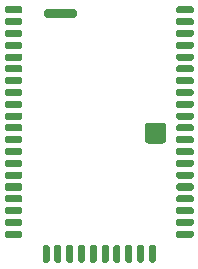
<source format=gtp>
G04 #@! TF.GenerationSoftware,KiCad,Pcbnew,9.0.1+1*
G04 #@! TF.CreationDate,2025-11-12T15:11:59+00:00*
G04 #@! TF.ProjectId,bluetooth,626c7565-746f-46f7-9468-2e6b69636164,rev?*
G04 #@! TF.SameCoordinates,Original*
G04 #@! TF.FileFunction,Paste,Top*
G04 #@! TF.FilePolarity,Positive*
%FSLAX46Y46*%
G04 Gerber Fmt 4.6, Leading zero omitted, Abs format (unit mm)*
G04 Created by KiCad (PCBNEW 9.0.1+1) date 2025-11-12 15:11:59*
%MOMM*%
%LPD*%
G01*
G04 APERTURE LIST*
G04 APERTURE END LIST*
G36*
G01*
X101551000Y-57632000D02*
X101551000Y-57332000D01*
G75*
G02*
X101701000Y-57182000I150000J0D01*
G01*
X102901000Y-57182000D01*
G75*
G02*
X103051000Y-57332000I0J-150000D01*
G01*
X103051000Y-57632000D01*
G75*
G02*
X102901000Y-57782000I-150000J0D01*
G01*
X101701000Y-57782000D01*
G75*
G02*
X101551000Y-57632000I0J150000D01*
G01*
G37*
G36*
G01*
X101551000Y-58632000D02*
X101551000Y-58332000D01*
G75*
G02*
X101701000Y-58182000I150000J0D01*
G01*
X102901000Y-58182000D01*
G75*
G02*
X103051000Y-58332000I0J-150000D01*
G01*
X103051000Y-58632000D01*
G75*
G02*
X102901000Y-58782000I-150000J0D01*
G01*
X101701000Y-58782000D01*
G75*
G02*
X101551000Y-58632000I0J150000D01*
G01*
G37*
G36*
G01*
X101551000Y-59632000D02*
X101551000Y-59332000D01*
G75*
G02*
X101701000Y-59182000I150000J0D01*
G01*
X102901000Y-59182000D01*
G75*
G02*
X103051000Y-59332000I0J-150000D01*
G01*
X103051000Y-59632000D01*
G75*
G02*
X102901000Y-59782000I-150000J0D01*
G01*
X101701000Y-59782000D01*
G75*
G02*
X101551000Y-59632000I0J150000D01*
G01*
G37*
G36*
G01*
X101551000Y-60632000D02*
X101551000Y-60332000D01*
G75*
G02*
X101701000Y-60182000I150000J0D01*
G01*
X102901000Y-60182000D01*
G75*
G02*
X103051000Y-60332000I0J-150000D01*
G01*
X103051000Y-60632000D01*
G75*
G02*
X102901000Y-60782000I-150000J0D01*
G01*
X101701000Y-60782000D01*
G75*
G02*
X101551000Y-60632000I0J150000D01*
G01*
G37*
G36*
G01*
X101551000Y-61632000D02*
X101551000Y-61332000D01*
G75*
G02*
X101701000Y-61182000I150000J0D01*
G01*
X102901000Y-61182000D01*
G75*
G02*
X103051000Y-61332000I0J-150000D01*
G01*
X103051000Y-61632000D01*
G75*
G02*
X102901000Y-61782000I-150000J0D01*
G01*
X101701000Y-61782000D01*
G75*
G02*
X101551000Y-61632000I0J150000D01*
G01*
G37*
G36*
G01*
X101551000Y-62632000D02*
X101551000Y-62332000D01*
G75*
G02*
X101701000Y-62182000I150000J0D01*
G01*
X102901000Y-62182000D01*
G75*
G02*
X103051000Y-62332000I0J-150000D01*
G01*
X103051000Y-62632000D01*
G75*
G02*
X102901000Y-62782000I-150000J0D01*
G01*
X101701000Y-62782000D01*
G75*
G02*
X101551000Y-62632000I0J150000D01*
G01*
G37*
G36*
G01*
X101551000Y-63632000D02*
X101551000Y-63332000D01*
G75*
G02*
X101701000Y-63182000I150000J0D01*
G01*
X102901000Y-63182000D01*
G75*
G02*
X103051000Y-63332000I0J-150000D01*
G01*
X103051000Y-63632000D01*
G75*
G02*
X102901000Y-63782000I-150000J0D01*
G01*
X101701000Y-63782000D01*
G75*
G02*
X101551000Y-63632000I0J150000D01*
G01*
G37*
G36*
G01*
X101551000Y-64632000D02*
X101551000Y-64332000D01*
G75*
G02*
X101701000Y-64182000I150000J0D01*
G01*
X102901000Y-64182000D01*
G75*
G02*
X103051000Y-64332000I0J-150000D01*
G01*
X103051000Y-64632000D01*
G75*
G02*
X102901000Y-64782000I-150000J0D01*
G01*
X101701000Y-64782000D01*
G75*
G02*
X101551000Y-64632000I0J150000D01*
G01*
G37*
G36*
G01*
X101551000Y-65632000D02*
X101551000Y-65332000D01*
G75*
G02*
X101701000Y-65182000I150000J0D01*
G01*
X102901000Y-65182000D01*
G75*
G02*
X103051000Y-65332000I0J-150000D01*
G01*
X103051000Y-65632000D01*
G75*
G02*
X102901000Y-65782000I-150000J0D01*
G01*
X101701000Y-65782000D01*
G75*
G02*
X101551000Y-65632000I0J150000D01*
G01*
G37*
G36*
G01*
X101551000Y-66632000D02*
X101551000Y-66332000D01*
G75*
G02*
X101701000Y-66182000I150000J0D01*
G01*
X102901000Y-66182000D01*
G75*
G02*
X103051000Y-66332000I0J-150000D01*
G01*
X103051000Y-66632000D01*
G75*
G02*
X102901000Y-66782000I-150000J0D01*
G01*
X101701000Y-66782000D01*
G75*
G02*
X101551000Y-66632000I0J150000D01*
G01*
G37*
G36*
G01*
X101551000Y-67632000D02*
X101551000Y-67332000D01*
G75*
G02*
X101701000Y-67182000I150000J0D01*
G01*
X102901000Y-67182000D01*
G75*
G02*
X103051000Y-67332000I0J-150000D01*
G01*
X103051000Y-67632000D01*
G75*
G02*
X102901000Y-67782000I-150000J0D01*
G01*
X101701000Y-67782000D01*
G75*
G02*
X101551000Y-67632000I0J150000D01*
G01*
G37*
G36*
G01*
X101551000Y-68632000D02*
X101551000Y-68332000D01*
G75*
G02*
X101701000Y-68182000I150000J0D01*
G01*
X102901000Y-68182000D01*
G75*
G02*
X103051000Y-68332000I0J-150000D01*
G01*
X103051000Y-68632000D01*
G75*
G02*
X102901000Y-68782000I-150000J0D01*
G01*
X101701000Y-68782000D01*
G75*
G02*
X101551000Y-68632000I0J150000D01*
G01*
G37*
G36*
G01*
X101551000Y-69632000D02*
X101551000Y-69332000D01*
G75*
G02*
X101701000Y-69182000I150000J0D01*
G01*
X102901000Y-69182000D01*
G75*
G02*
X103051000Y-69332000I0J-150000D01*
G01*
X103051000Y-69632000D01*
G75*
G02*
X102901000Y-69782000I-150000J0D01*
G01*
X101701000Y-69782000D01*
G75*
G02*
X101551000Y-69632000I0J150000D01*
G01*
G37*
G36*
G01*
X101551000Y-70632000D02*
X101551000Y-70332000D01*
G75*
G02*
X101701000Y-70182000I150000J0D01*
G01*
X102901000Y-70182000D01*
G75*
G02*
X103051000Y-70332000I0J-150000D01*
G01*
X103051000Y-70632000D01*
G75*
G02*
X102901000Y-70782000I-150000J0D01*
G01*
X101701000Y-70782000D01*
G75*
G02*
X101551000Y-70632000I0J150000D01*
G01*
G37*
G36*
G01*
X101551000Y-71632000D02*
X101551000Y-71332000D01*
G75*
G02*
X101701000Y-71182000I150000J0D01*
G01*
X102901000Y-71182000D01*
G75*
G02*
X103051000Y-71332000I0J-150000D01*
G01*
X103051000Y-71632000D01*
G75*
G02*
X102901000Y-71782000I-150000J0D01*
G01*
X101701000Y-71782000D01*
G75*
G02*
X101551000Y-71632000I0J150000D01*
G01*
G37*
G36*
G01*
X101551000Y-72632000D02*
X101551000Y-72332000D01*
G75*
G02*
X101701000Y-72182000I150000J0D01*
G01*
X102901000Y-72182000D01*
G75*
G02*
X103051000Y-72332000I0J-150000D01*
G01*
X103051000Y-72632000D01*
G75*
G02*
X102901000Y-72782000I-150000J0D01*
G01*
X101701000Y-72782000D01*
G75*
G02*
X101551000Y-72632000I0J150000D01*
G01*
G37*
G36*
G01*
X101551000Y-73632000D02*
X101551000Y-73332000D01*
G75*
G02*
X101701000Y-73182000I150000J0D01*
G01*
X102901000Y-73182000D01*
G75*
G02*
X103051000Y-73332000I0J-150000D01*
G01*
X103051000Y-73632000D01*
G75*
G02*
X102901000Y-73782000I-150000J0D01*
G01*
X101701000Y-73782000D01*
G75*
G02*
X101551000Y-73632000I0J150000D01*
G01*
G37*
G36*
G01*
X101551000Y-74632000D02*
X101551000Y-74332000D01*
G75*
G02*
X101701000Y-74182000I150000J0D01*
G01*
X102901000Y-74182000D01*
G75*
G02*
X103051000Y-74332000I0J-150000D01*
G01*
X103051000Y-74632000D01*
G75*
G02*
X102901000Y-74782000I-150000J0D01*
G01*
X101701000Y-74782000D01*
G75*
G02*
X101551000Y-74632000I0J150000D01*
G01*
G37*
G36*
G01*
X101551000Y-75632000D02*
X101551000Y-75332000D01*
G75*
G02*
X101701000Y-75182000I150000J0D01*
G01*
X102901000Y-75182000D01*
G75*
G02*
X103051000Y-75332000I0J-150000D01*
G01*
X103051000Y-75632000D01*
G75*
G02*
X102901000Y-75782000I-150000J0D01*
G01*
X101701000Y-75782000D01*
G75*
G02*
X101551000Y-75632000I0J150000D01*
G01*
G37*
G36*
G01*
X101551000Y-76632000D02*
X101551000Y-76332000D01*
G75*
G02*
X101701000Y-76182000I150000J0D01*
G01*
X102901000Y-76182000D01*
G75*
G02*
X103051000Y-76332000I0J-150000D01*
G01*
X103051000Y-76632000D01*
G75*
G02*
X102901000Y-76782000I-150000J0D01*
G01*
X101701000Y-76782000D01*
G75*
G02*
X101551000Y-76632000I0J150000D01*
G01*
G37*
G36*
G01*
X104751000Y-78732000D02*
X104751000Y-77532000D01*
G75*
G02*
X104901000Y-77382000I150000J0D01*
G01*
X105201000Y-77382000D01*
G75*
G02*
X105351000Y-77532000I0J-150000D01*
G01*
X105351000Y-78732000D01*
G75*
G02*
X105201000Y-78882000I-150000J0D01*
G01*
X104901000Y-78882000D01*
G75*
G02*
X104751000Y-78732000I0J150000D01*
G01*
G37*
G36*
G01*
X105751000Y-78732000D02*
X105751000Y-77532000D01*
G75*
G02*
X105901000Y-77382000I150000J0D01*
G01*
X106201000Y-77382000D01*
G75*
G02*
X106351000Y-77532000I0J-150000D01*
G01*
X106351000Y-78732000D01*
G75*
G02*
X106201000Y-78882000I-150000J0D01*
G01*
X105901000Y-78882000D01*
G75*
G02*
X105751000Y-78732000I0J150000D01*
G01*
G37*
G36*
G01*
X106751000Y-78732000D02*
X106751000Y-77532000D01*
G75*
G02*
X106901000Y-77382000I150000J0D01*
G01*
X107201000Y-77382000D01*
G75*
G02*
X107351000Y-77532000I0J-150000D01*
G01*
X107351000Y-78732000D01*
G75*
G02*
X107201000Y-78882000I-150000J0D01*
G01*
X106901000Y-78882000D01*
G75*
G02*
X106751000Y-78732000I0J150000D01*
G01*
G37*
G36*
G01*
X107751000Y-78732000D02*
X107751000Y-77532000D01*
G75*
G02*
X107901000Y-77382000I150000J0D01*
G01*
X108201000Y-77382000D01*
G75*
G02*
X108351000Y-77532000I0J-150000D01*
G01*
X108351000Y-78732000D01*
G75*
G02*
X108201000Y-78882000I-150000J0D01*
G01*
X107901000Y-78882000D01*
G75*
G02*
X107751000Y-78732000I0J150000D01*
G01*
G37*
G36*
G01*
X108751000Y-78732000D02*
X108751000Y-77532000D01*
G75*
G02*
X108901000Y-77382000I150000J0D01*
G01*
X109201000Y-77382000D01*
G75*
G02*
X109351000Y-77532000I0J-150000D01*
G01*
X109351000Y-78732000D01*
G75*
G02*
X109201000Y-78882000I-150000J0D01*
G01*
X108901000Y-78882000D01*
G75*
G02*
X108751000Y-78732000I0J150000D01*
G01*
G37*
G36*
G01*
X109751000Y-78732000D02*
X109751000Y-77532000D01*
G75*
G02*
X109901000Y-77382000I150000J0D01*
G01*
X110201000Y-77382000D01*
G75*
G02*
X110351000Y-77532000I0J-150000D01*
G01*
X110351000Y-78732000D01*
G75*
G02*
X110201000Y-78882000I-150000J0D01*
G01*
X109901000Y-78882000D01*
G75*
G02*
X109751000Y-78732000I0J150000D01*
G01*
G37*
G36*
G01*
X110751000Y-78732000D02*
X110751000Y-77532000D01*
G75*
G02*
X110901000Y-77382000I150000J0D01*
G01*
X111201000Y-77382000D01*
G75*
G02*
X111351000Y-77532000I0J-150000D01*
G01*
X111351000Y-78732000D01*
G75*
G02*
X111201000Y-78882000I-150000J0D01*
G01*
X110901000Y-78882000D01*
G75*
G02*
X110751000Y-78732000I0J150000D01*
G01*
G37*
G36*
G01*
X111751000Y-78732000D02*
X111751000Y-77532000D01*
G75*
G02*
X111901000Y-77382000I150000J0D01*
G01*
X112201000Y-77382000D01*
G75*
G02*
X112351000Y-77532000I0J-150000D01*
G01*
X112351000Y-78732000D01*
G75*
G02*
X112201000Y-78882000I-150000J0D01*
G01*
X111901000Y-78882000D01*
G75*
G02*
X111751000Y-78732000I0J150000D01*
G01*
G37*
G36*
G01*
X112751000Y-78732000D02*
X112751000Y-77532000D01*
G75*
G02*
X112901000Y-77382000I150000J0D01*
G01*
X113201000Y-77382000D01*
G75*
G02*
X113351000Y-77532000I0J-150000D01*
G01*
X113351000Y-78732000D01*
G75*
G02*
X113201000Y-78882000I-150000J0D01*
G01*
X112901000Y-78882000D01*
G75*
G02*
X112751000Y-78732000I0J150000D01*
G01*
G37*
G36*
G01*
X113751000Y-78732000D02*
X113751000Y-77532000D01*
G75*
G02*
X113901000Y-77382000I150000J0D01*
G01*
X114201000Y-77382000D01*
G75*
G02*
X114351000Y-77532000I0J-150000D01*
G01*
X114351000Y-78732000D01*
G75*
G02*
X114201000Y-78882000I-150000J0D01*
G01*
X113901000Y-78882000D01*
G75*
G02*
X113751000Y-78732000I0J150000D01*
G01*
G37*
G36*
G01*
X116051000Y-76632000D02*
X116051000Y-76332000D01*
G75*
G02*
X116201000Y-76182000I150000J0D01*
G01*
X117401000Y-76182000D01*
G75*
G02*
X117551000Y-76332000I0J-150000D01*
G01*
X117551000Y-76632000D01*
G75*
G02*
X117401000Y-76782000I-150000J0D01*
G01*
X116201000Y-76782000D01*
G75*
G02*
X116051000Y-76632000I0J150000D01*
G01*
G37*
G36*
G01*
X116051000Y-75632000D02*
X116051000Y-75332000D01*
G75*
G02*
X116201000Y-75182000I150000J0D01*
G01*
X117401000Y-75182000D01*
G75*
G02*
X117551000Y-75332000I0J-150000D01*
G01*
X117551000Y-75632000D01*
G75*
G02*
X117401000Y-75782000I-150000J0D01*
G01*
X116201000Y-75782000D01*
G75*
G02*
X116051000Y-75632000I0J150000D01*
G01*
G37*
G36*
G01*
X116051000Y-74632000D02*
X116051000Y-74332000D01*
G75*
G02*
X116201000Y-74182000I150000J0D01*
G01*
X117401000Y-74182000D01*
G75*
G02*
X117551000Y-74332000I0J-150000D01*
G01*
X117551000Y-74632000D01*
G75*
G02*
X117401000Y-74782000I-150000J0D01*
G01*
X116201000Y-74782000D01*
G75*
G02*
X116051000Y-74632000I0J150000D01*
G01*
G37*
G36*
G01*
X116051000Y-73632000D02*
X116051000Y-73332000D01*
G75*
G02*
X116201000Y-73182000I150000J0D01*
G01*
X117401000Y-73182000D01*
G75*
G02*
X117551000Y-73332000I0J-150000D01*
G01*
X117551000Y-73632000D01*
G75*
G02*
X117401000Y-73782000I-150000J0D01*
G01*
X116201000Y-73782000D01*
G75*
G02*
X116051000Y-73632000I0J150000D01*
G01*
G37*
G36*
G01*
X116051000Y-72632000D02*
X116051000Y-72332000D01*
G75*
G02*
X116201000Y-72182000I150000J0D01*
G01*
X117401000Y-72182000D01*
G75*
G02*
X117551000Y-72332000I0J-150000D01*
G01*
X117551000Y-72632000D01*
G75*
G02*
X117401000Y-72782000I-150000J0D01*
G01*
X116201000Y-72782000D01*
G75*
G02*
X116051000Y-72632000I0J150000D01*
G01*
G37*
G36*
G01*
X116051000Y-71632000D02*
X116051000Y-71332000D01*
G75*
G02*
X116201000Y-71182000I150000J0D01*
G01*
X117401000Y-71182000D01*
G75*
G02*
X117551000Y-71332000I0J-150000D01*
G01*
X117551000Y-71632000D01*
G75*
G02*
X117401000Y-71782000I-150000J0D01*
G01*
X116201000Y-71782000D01*
G75*
G02*
X116051000Y-71632000I0J150000D01*
G01*
G37*
G36*
G01*
X116051000Y-70632000D02*
X116051000Y-70332000D01*
G75*
G02*
X116201000Y-70182000I150000J0D01*
G01*
X117401000Y-70182000D01*
G75*
G02*
X117551000Y-70332000I0J-150000D01*
G01*
X117551000Y-70632000D01*
G75*
G02*
X117401000Y-70782000I-150000J0D01*
G01*
X116201000Y-70782000D01*
G75*
G02*
X116051000Y-70632000I0J150000D01*
G01*
G37*
G36*
G01*
X116051000Y-69632000D02*
X116051000Y-69332000D01*
G75*
G02*
X116201000Y-69182000I150000J0D01*
G01*
X117401000Y-69182000D01*
G75*
G02*
X117551000Y-69332000I0J-150000D01*
G01*
X117551000Y-69632000D01*
G75*
G02*
X117401000Y-69782000I-150000J0D01*
G01*
X116201000Y-69782000D01*
G75*
G02*
X116051000Y-69632000I0J150000D01*
G01*
G37*
G36*
G01*
X116051000Y-68632000D02*
X116051000Y-68332000D01*
G75*
G02*
X116201000Y-68182000I150000J0D01*
G01*
X117401000Y-68182000D01*
G75*
G02*
X117551000Y-68332000I0J-150000D01*
G01*
X117551000Y-68632000D01*
G75*
G02*
X117401000Y-68782000I-150000J0D01*
G01*
X116201000Y-68782000D01*
G75*
G02*
X116051000Y-68632000I0J150000D01*
G01*
G37*
G36*
G01*
X116051000Y-67632000D02*
X116051000Y-67332000D01*
G75*
G02*
X116201000Y-67182000I150000J0D01*
G01*
X117401000Y-67182000D01*
G75*
G02*
X117551000Y-67332000I0J-150000D01*
G01*
X117551000Y-67632000D01*
G75*
G02*
X117401000Y-67782000I-150000J0D01*
G01*
X116201000Y-67782000D01*
G75*
G02*
X116051000Y-67632000I0J150000D01*
G01*
G37*
G36*
G01*
X116051000Y-66632000D02*
X116051000Y-66332000D01*
G75*
G02*
X116201000Y-66182000I150000J0D01*
G01*
X117401000Y-66182000D01*
G75*
G02*
X117551000Y-66332000I0J-150000D01*
G01*
X117551000Y-66632000D01*
G75*
G02*
X117401000Y-66782000I-150000J0D01*
G01*
X116201000Y-66782000D01*
G75*
G02*
X116051000Y-66632000I0J150000D01*
G01*
G37*
G36*
G01*
X116051000Y-65632000D02*
X116051000Y-65332000D01*
G75*
G02*
X116201000Y-65182000I150000J0D01*
G01*
X117401000Y-65182000D01*
G75*
G02*
X117551000Y-65332000I0J-150000D01*
G01*
X117551000Y-65632000D01*
G75*
G02*
X117401000Y-65782000I-150000J0D01*
G01*
X116201000Y-65782000D01*
G75*
G02*
X116051000Y-65632000I0J150000D01*
G01*
G37*
G36*
G01*
X116051000Y-64632000D02*
X116051000Y-64332000D01*
G75*
G02*
X116201000Y-64182000I150000J0D01*
G01*
X117401000Y-64182000D01*
G75*
G02*
X117551000Y-64332000I0J-150000D01*
G01*
X117551000Y-64632000D01*
G75*
G02*
X117401000Y-64782000I-150000J0D01*
G01*
X116201000Y-64782000D01*
G75*
G02*
X116051000Y-64632000I0J150000D01*
G01*
G37*
G36*
G01*
X116051000Y-63632000D02*
X116051000Y-63332000D01*
G75*
G02*
X116201000Y-63182000I150000J0D01*
G01*
X117401000Y-63182000D01*
G75*
G02*
X117551000Y-63332000I0J-150000D01*
G01*
X117551000Y-63632000D01*
G75*
G02*
X117401000Y-63782000I-150000J0D01*
G01*
X116201000Y-63782000D01*
G75*
G02*
X116051000Y-63632000I0J150000D01*
G01*
G37*
G36*
G01*
X116051000Y-62632000D02*
X116051000Y-62332000D01*
G75*
G02*
X116201000Y-62182000I150000J0D01*
G01*
X117401000Y-62182000D01*
G75*
G02*
X117551000Y-62332000I0J-150000D01*
G01*
X117551000Y-62632000D01*
G75*
G02*
X117401000Y-62782000I-150000J0D01*
G01*
X116201000Y-62782000D01*
G75*
G02*
X116051000Y-62632000I0J150000D01*
G01*
G37*
G36*
G01*
X116051000Y-61632000D02*
X116051000Y-61332000D01*
G75*
G02*
X116201000Y-61182000I150000J0D01*
G01*
X117401000Y-61182000D01*
G75*
G02*
X117551000Y-61332000I0J-150000D01*
G01*
X117551000Y-61632000D01*
G75*
G02*
X117401000Y-61782000I-150000J0D01*
G01*
X116201000Y-61782000D01*
G75*
G02*
X116051000Y-61632000I0J150000D01*
G01*
G37*
G36*
G01*
X116051000Y-60632000D02*
X116051000Y-60332000D01*
G75*
G02*
X116201000Y-60182000I150000J0D01*
G01*
X117401000Y-60182000D01*
G75*
G02*
X117551000Y-60332000I0J-150000D01*
G01*
X117551000Y-60632000D01*
G75*
G02*
X117401000Y-60782000I-150000J0D01*
G01*
X116201000Y-60782000D01*
G75*
G02*
X116051000Y-60632000I0J150000D01*
G01*
G37*
G36*
G01*
X116051000Y-59632000D02*
X116051000Y-59332000D01*
G75*
G02*
X116201000Y-59182000I150000J0D01*
G01*
X117401000Y-59182000D01*
G75*
G02*
X117551000Y-59332000I0J-150000D01*
G01*
X117551000Y-59632000D01*
G75*
G02*
X117401000Y-59782000I-150000J0D01*
G01*
X116201000Y-59782000D01*
G75*
G02*
X116051000Y-59632000I0J150000D01*
G01*
G37*
G36*
G01*
X116051000Y-58632000D02*
X116051000Y-58332000D01*
G75*
G02*
X116201000Y-58182000I150000J0D01*
G01*
X117401000Y-58182000D01*
G75*
G02*
X117551000Y-58332000I0J-150000D01*
G01*
X117551000Y-58632000D01*
G75*
G02*
X117401000Y-58782000I-150000J0D01*
G01*
X116201000Y-58782000D01*
G75*
G02*
X116051000Y-58632000I0J150000D01*
G01*
G37*
G36*
G01*
X116051000Y-57632000D02*
X116051000Y-57332000D01*
G75*
G02*
X116201000Y-57182000I150000J0D01*
G01*
X117401000Y-57182000D01*
G75*
G02*
X117551000Y-57332000I0J-150000D01*
G01*
X117551000Y-57632000D01*
G75*
G02*
X117401000Y-57782000I-150000J0D01*
G01*
X116201000Y-57782000D01*
G75*
G02*
X116051000Y-57632000I0J150000D01*
G01*
G37*
G36*
G01*
X113431000Y-68552000D02*
X113431000Y-67272000D01*
G75*
G02*
X113681000Y-67022000I250000J0D01*
G01*
X114961000Y-67022000D01*
G75*
G02*
X115211000Y-67272000I0J-250000D01*
G01*
X115211000Y-68552000D01*
G75*
G02*
X114961000Y-68802000I-250000J0D01*
G01*
X113681000Y-68802000D01*
G75*
G02*
X113431000Y-68552000I0J250000D01*
G01*
G37*
G36*
G01*
X104866000Y-57992000D02*
X104866000Y-57612000D01*
G75*
G02*
X105056000Y-57422000I190000J0D01*
G01*
X107466000Y-57422000D01*
G75*
G02*
X107656000Y-57612000I0J-190000D01*
G01*
X107656000Y-57992000D01*
G75*
G02*
X107466000Y-58182000I-190000J0D01*
G01*
X105056000Y-58182000D01*
G75*
G02*
X104866000Y-57992000I0J190000D01*
G01*
G37*
M02*

</source>
